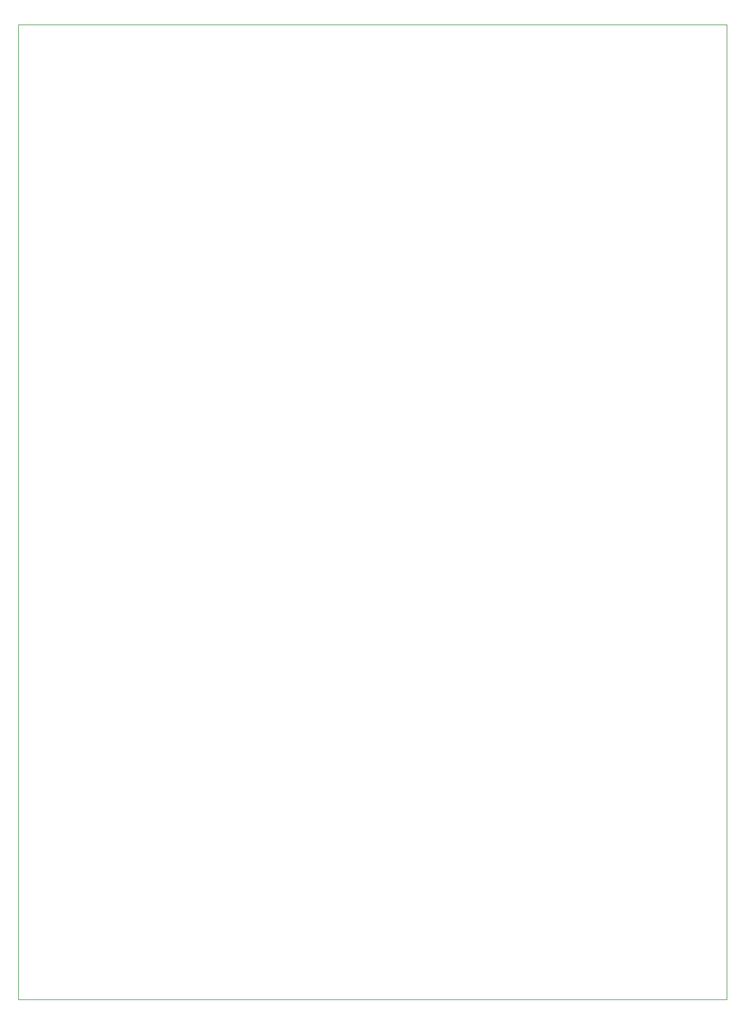
<source format=gbr>
%TF.GenerationSoftware,KiCad,Pcbnew,(6.0.4)*%
%TF.CreationDate,2022-10-24T13:46:34-04:00*%
%TF.ProjectId,LabPowerSupply,4c616250-6f77-4657-9253-7570706c792e,rev?*%
%TF.SameCoordinates,Original*%
%TF.FileFunction,Profile,NP*%
%FSLAX46Y46*%
G04 Gerber Fmt 4.6, Leading zero omitted, Abs format (unit mm)*
G04 Created by KiCad (PCBNEW (6.0.4)) date 2022-10-24 13:46:34*
%MOMM*%
%LPD*%
G01*
G04 APERTURE LIST*
%TA.AperFunction,Profile*%
%ADD10C,0.100000*%
%TD*%
G04 APERTURE END LIST*
D10*
X26289000Y-8636000D02*
X131318000Y-8636000D01*
X131318000Y-8636000D02*
X131318000Y-153035000D01*
X131318000Y-153035000D02*
X26289000Y-153035000D01*
X26289000Y-153035000D02*
X26289000Y-8636000D01*
M02*

</source>
